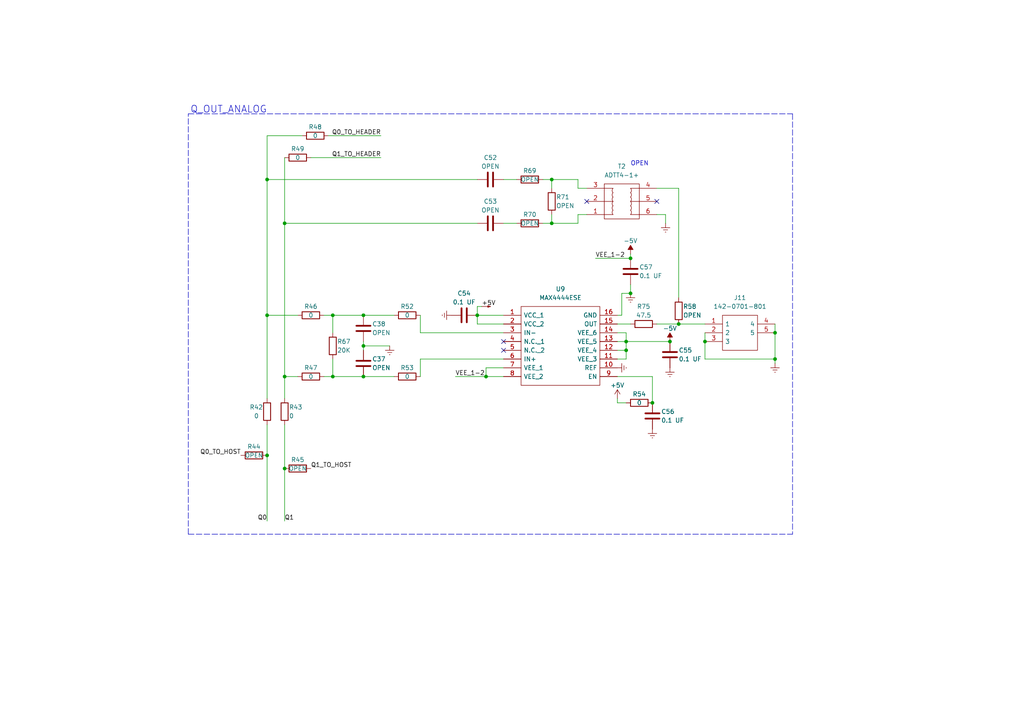
<source format=kicad_sch>
(kicad_sch (version 20211123) (generator eeschema)

  (uuid 39a0bf7a-6711-4f90-9c3c-4c2ff98ce084)

  (paper "A4")

  (title_block
    (company "Tim McEvoy/Virginia Tech")
  )

  (lib_symbols
    (symbol "142-0701-201:142-0701-201" (pin_names (offset 0.762)) (in_bom yes) (on_board yes)
      (property "Reference" "J" (id 0) (at 16.51 7.62 0)
        (effects (font (size 1.27 1.27)) (justify left))
      )
      (property "Value" "142-0701-201" (id 1) (at 16.51 5.08 0)
        (effects (font (size 1.27 1.27)) (justify left))
      )
      (property "Footprint" "1420701201" (id 2) (at 16.51 2.54 0)
        (effects (font (size 1.27 1.27)) (justify left) hide)
      )
      (property "Datasheet" "https://datasheet.datasheetarchive.com/originals/distributors/Datasheets_SAMA/f0edfbb4fd3b9d8af3607c026aa358ce.pdf" (id 3) (at 16.51 0 0)
        (effects (font (size 1.27 1.27)) (justify left) hide)
      )
      (property "Description" "JOHNSON - CINCH CONNECTIVITY - 142-0701-201 - RF COAXIAL, SMA, STRAIGHT JACK, 50OHM" (id 4) (at 16.51 -2.54 0)
        (effects (font (size 1.27 1.27)) (justify left) hide)
      )
      (property "Height" "9.52" (id 5) (at 16.51 -5.08 0)
        (effects (font (size 1.27 1.27)) (justify left) hide)
      )
      (property "Manufacturer_Name" "Cinch Connectivity Solutions" (id 6) (at 16.51 -7.62 0)
        (effects (font (size 1.27 1.27)) (justify left) hide)
      )
      (property "Manufacturer_Part_Number" "142-0701-201" (id 7) (at 16.51 -10.16 0)
        (effects (font (size 1.27 1.27)) (justify left) hide)
      )
      (property "Mouser Part Number" "530-142-0701-201" (id 8) (at 16.51 -12.7 0)
        (effects (font (size 1.27 1.27)) (justify left) hide)
      )
      (property "Mouser Price/Stock" "https://www.mouser.co.uk/ProductDetail/Johnson-Cinch-Connectivity-Solutions/142-0701-201?qs=sh18mOF39qY1deZe7h2WsQ%3D%3D" (id 9) (at 16.51 -15.24 0)
        (effects (font (size 1.27 1.27)) (justify left) hide)
      )
      (property "Arrow Part Number" "142-0701-201" (id 10) (at 16.51 -17.78 0)
        (effects (font (size 1.27 1.27)) (justify left) hide)
      )
      (property "Arrow Price/Stock" "https://www.arrow.com/en/products/142-0701-201/cinch-connectivity-solutions?region=nac" (id 11) (at 16.51 -20.32 0)
        (effects (font (size 1.27 1.27)) (justify left) hide)
      )
      (property "Mouser Testing Part Number" "" (id 12) (at 16.51 -22.86 0)
        (effects (font (size 1.27 1.27)) (justify left) hide)
      )
      (property "Mouser Testing Price/Stock" "" (id 13) (at 16.51 -25.4 0)
        (effects (font (size 1.27 1.27)) (justify left) hide)
      )
      (property "ki_description" "JOHNSON - CINCH CONNECTIVITY - 142-0701-201 - RF COAXIAL, SMA, STRAIGHT JACK, 50OHM" (id 14) (at 0 0 0)
        (effects (font (size 1.27 1.27)) hide)
      )
      (symbol "142-0701-201_0_0"
        (pin passive line (at 0 0 0) (length 5.08)
          (name "1" (effects (font (size 1.27 1.27))))
          (number "1" (effects (font (size 1.27 1.27))))
        )
        (pin passive line (at 0 -2.54 0) (length 5.08)
          (name "2" (effects (font (size 1.27 1.27))))
          (number "2" (effects (font (size 1.27 1.27))))
        )
        (pin passive line (at 0 -5.08 0) (length 5.08)
          (name "3" (effects (font (size 1.27 1.27))))
          (number "3" (effects (font (size 1.27 1.27))))
        )
        (pin passive line (at 20.32 0 180) (length 5.08)
          (name "4" (effects (font (size 1.27 1.27))))
          (number "4" (effects (font (size 1.27 1.27))))
        )
        (pin passive line (at 20.32 -2.54 180) (length 5.08)
          (name "5" (effects (font (size 1.27 1.27))))
          (number "5" (effects (font (size 1.27 1.27))))
        )
      )
      (symbol "142-0701-201_0_1"
        (polyline
          (pts
            (xy 5.08 2.54)
            (xy 15.24 2.54)
            (xy 15.24 -7.62)
            (xy 5.08 -7.62)
            (xy 5.08 2.54)
          )
          (stroke (width 0.1524) (type default) (color 0 0 0 0))
          (fill (type none))
        )
      )
    )
    (symbol "142-0701-201_1" (pin_names (offset 0.762)) (in_bom yes) (on_board yes)
      (property "Reference" "T?" (id 0) (at 10.16 7.62 0)
        (effects (font (size 1.27 1.27)))
      )
      (property "Value" "142-0701-201_1" (id 1) (at 10.16 5.08 0)
        (effects (font (size 1.27 1.27)))
      )
      (property "Footprint" "" (id 2) (at 16.51 2.54 0)
        (effects (font (size 1.27 1.27)) (justify left) hide)
      )
      (property "Datasheet" "" (id 3) (at 16.51 0 0)
        (effects (font (size 1.27 1.27)) (justify left) hide)
      )
      (property "Description" "" (id 4) (at 16.51 -2.54 0)
        (effects (font (size 1.27 1.27)) (justify left) hide)
      )
      (property "Height" "" (id 5) (at 16.51 -5.08 0)
        (effects (font (size 1.27 1.27)) (justify left) hide)
      )
      (property "Manufacturer_Name" "" (id 6) (at 16.51 -7.62 0)
        (effects (font (size 1.27 1.27)) (justify left) hide)
      )
      (property "Manufacturer_Part_Number" "" (id 7) (at 16.51 -10.16 0)
        (effects (font (size 1.27 1.27)) (justify left) hide)
      )
      (property "Mouser Part Number" "" (id 8) (at 16.51 -12.7 0)
        (effects (font (size 1.27 1.27)) (justify left) hide)
      )
      (property "Mouser Price/Stock" "" (id 9) (at 16.51 -15.24 0)
        (effects (font (size 1.27 1.27)) (justify left) hide)
      )
      (property "Arrow Part Number" "" (id 10) (at 16.51 -17.78 0)
        (effects (font (size 1.27 1.27)) (justify left) hide)
      )
      (property "Arrow Price/Stock" "" (id 11) (at 16.51 -20.32 0)
        (effects (font (size 1.27 1.27)) (justify left) hide)
      )
      (property "Mouser Testing Part Number" "" (id 12) (at 16.51 -22.86 0)
        (effects (font (size 1.27 1.27)) (justify left) hide)
      )
      (property "Mouser Testing Price/Stock" "" (id 13) (at 16.51 -25.4 0)
        (effects (font (size 1.27 1.27)) (justify left) hide)
      )
      (property "ki_description" "JOHNSON - CINCH CONNECTIVITY - 142-0701-201 - RF COAXIAL, SMA, STRAIGHT JACK, 50OHM" (id 14) (at 0 0 0)
        (effects (font (size 1.27 1.27)) hide)
      )
      (symbol "142-0701-201_1_0_0"
        (pin passive line (at 0 -6.35 0) (length 5.08)
          (name "" (effects (font (size 1.27 1.27))))
          (number "1" (effects (font (size 1.27 1.27))))
        )
        (pin passive line (at 0 -2.54 0) (length 5.08)
          (name "" (effects (font (size 1.27 1.27))))
          (number "2" (effects (font (size 1.27 1.27))))
        )
        (pin passive line (at 0 1.27 0) (length 5.08)
          (name "" (effects (font (size 1.27 1.27))))
          (number "3" (effects (font (size 1.27 1.27))))
        )
        (pin passive line (at 20.32 1.27 180) (length 5.08)
          (name "" (effects (font (size 1.27 1.27))))
          (number "4" (effects (font (size 1.27 1.27))))
        )
        (pin passive line (at 20.32 -2.54 180) (length 5.08)
          (name "" (effects (font (size 1.27 1.27))))
          (number "5" (effects (font (size 1.27 1.27))))
        )
        (pin passive line (at 20.32 -6.35 180) (length 5.08)
          (name "" (effects (font (size 1.27 1.27))))
          (number "6" (effects (font (size 1.27 1.27))))
        )
      )
      (symbol "142-0701-201_1_0_1"
        (polyline
          (pts
            (xy 5.08 -2.54)
            (xy 7.62 -2.54)
          )
          (stroke (width 0) (type default) (color 0 0 0 0))
          (fill (type none))
        )
        (polyline
          (pts
            (xy 5.08 1.27)
            (xy 7.62 1.27)
          )
          (stroke (width 0) (type default) (color 0 0 0 0))
          (fill (type none))
        )
        (polyline
          (pts
            (xy 7.62 -6.35)
            (xy 5.08 -6.35)
          )
          (stroke (width 0) (type default) (color 0 0 0 0))
          (fill (type none))
        )
        (polyline
          (pts
            (xy 12.7 -6.35)
            (xy 15.24 -6.35)
          )
          (stroke (width 0) (type default) (color 0 0 0 0))
          (fill (type none))
        )
        (polyline
          (pts
            (xy 15.24 -2.54)
            (xy 12.7 -2.54)
          )
          (stroke (width 0) (type default) (color 0 0 0 0))
          (fill (type none))
        )
        (polyline
          (pts
            (xy 15.24 1.27)
            (xy 12.7 1.27)
          )
          (stroke (width 0) (type default) (color 0 0 0 0))
          (fill (type none))
        )
        (polyline
          (pts
            (xy 5.08 2.54)
            (xy 15.24 2.54)
            (xy 15.24 -7.62)
            (xy 5.08 -7.62)
            (xy 5.08 2.54)
          )
          (stroke (width 0.1524) (type default) (color 0 0 0 0))
          (fill (type none))
        )
        (arc (start 7.62 -5.08) (mid 6.087 -5.715) (end 7.62 -6.35)
          (stroke (width 0) (type default) (color 0 0 0 0))
          (fill (type none))
        )
        (arc (start 7.62 -3.81) (mid 6.087 -4.445) (end 7.62 -5.08)
          (stroke (width 0) (type default) (color 0 0 0 0))
          (fill (type none))
        )
        (arc (start 7.62 -2.54) (mid 6.087 -3.175) (end 7.62 -3.81)
          (stroke (width 0) (type default) (color 0 0 0 0))
          (fill (type none))
        )
        (arc (start 7.62 -1.27) (mid 6.087 -1.905) (end 7.62 -2.54)
          (stroke (width 0) (type default) (color 0 0 0 0))
          (fill (type none))
        )
        (arc (start 7.62 0) (mid 6.087 -0.635) (end 7.62 -1.27)
          (stroke (width 0) (type default) (color 0 0 0 0))
          (fill (type none))
        )
        (arc (start 7.62 1.27) (mid 6.087 0.635) (end 7.62 0)
          (stroke (width 0) (type default) (color 0 0 0 0))
          (fill (type none))
        )
        (arc (start 12.7 -6.35) (mid 14.233 -5.715) (end 12.7 -5.08)
          (stroke (width 0) (type default) (color 0 0 0 0))
          (fill (type none))
        )
        (arc (start 12.7 -5.08) (mid 14.233 -4.445) (end 12.7 -3.81)
          (stroke (width 0) (type default) (color 0 0 0 0))
          (fill (type none))
        )
        (arc (start 12.7 -3.81) (mid 14.233 -3.175) (end 12.7 -2.54)
          (stroke (width 0) (type default) (color 0 0 0 0))
          (fill (type none))
        )
        (arc (start 12.7 -2.54) (mid 14.233 -1.905) (end 12.7 -1.27)
          (stroke (width 0) (type default) (color 0 0 0 0))
          (fill (type none))
        )
        (arc (start 12.7 -1.27) (mid 14.233 -0.635) (end 12.7 0)
          (stroke (width 0) (type default) (color 0 0 0 0))
          (fill (type none))
        )
        (arc (start 12.7 0) (mid 14.233 0.635) (end 12.7 1.27)
          (stroke (width 0) (type default) (color 0 0 0 0))
          (fill (type none))
        )
      )
    )
    (symbol "Device:C" (pin_numbers hide) (pin_names (offset 0.254)) (in_bom yes) (on_board yes)
      (property "Reference" "C" (id 0) (at 0.635 2.54 0)
        (effects (font (size 1.27 1.27)) (justify left))
      )
      (property "Value" "C" (id 1) (at 0.635 -2.54 0)
        (effects (font (size 1.27 1.27)) (justify left))
      )
      (property "Footprint" "" (id 2) (at 0.9652 -3.81 0)
        (effects (font (size 1.27 1.27)) hide)
      )
      (property "Datasheet" "~" (id 3) (at 0 0 0)
        (effects (font (size 1.27 1.27)) hide)
      )
      (property "ki_keywords" "cap capacitor" (id 4) (at 0 0 0)
        (effects (font (size 1.27 1.27)) hide)
      )
      (property "ki_description" "Unpolarized capacitor" (id 5) (at 0 0 0)
        (effects (font (size 1.27 1.27)) hide)
      )
      (property "ki_fp_filters" "C_*" (id 6) (at 0 0 0)
        (effects (font (size 1.27 1.27)) hide)
      )
      (symbol "C_0_1"
        (polyline
          (pts
            (xy -2.032 -0.762)
            (xy 2.032 -0.762)
          )
          (stroke (width 0.508) (type default) (color 0 0 0 0))
          (fill (type none))
        )
        (polyline
          (pts
            (xy -2.032 0.762)
            (xy 2.032 0.762)
          )
          (stroke (width 0.508) (type default) (color 0 0 0 0))
          (fill (type none))
        )
      )
      (symbol "C_1_1"
        (pin passive line (at 0 3.81 270) (length 2.794)
          (name "~" (effects (font (size 1.27 1.27))))
          (number "1" (effects (font (size 1.27 1.27))))
        )
        (pin passive line (at 0 -3.81 90) (length 2.794)
          (name "~" (effects (font (size 1.27 1.27))))
          (number "2" (effects (font (size 1.27 1.27))))
        )
      )
    )
    (symbol "Device:R" (pin_numbers hide) (pin_names (offset 0)) (in_bom yes) (on_board yes)
      (property "Reference" "R" (id 0) (at 2.032 0 90)
        (effects (font (size 1.27 1.27)))
      )
      (property "Value" "R" (id 1) (at 0 0 90)
        (effects (font (size 1.27 1.27)))
      )
      (property "Footprint" "" (id 2) (at -1.778 0 90)
        (effects (font (size 1.27 1.27)) hide)
      )
      (property "Datasheet" "~" (id 3) (at 0 0 0)
        (effects (font (size 1.27 1.27)) hide)
      )
      (property "ki_keywords" "R res resistor" (id 4) (at 0 0 0)
        (effects (font (size 1.27 1.27)) hide)
      )
      (property "ki_description" "Resistor" (id 5) (at 0 0 0)
        (effects (font (size 1.27 1.27)) hide)
      )
      (property "ki_fp_filters" "R_*" (id 6) (at 0 0 0)
        (effects (font (size 1.27 1.27)) hide)
      )
      (symbol "R_0_1"
        (rectangle (start -1.016 -2.54) (end 1.016 2.54)
          (stroke (width 0.254) (type default) (color 0 0 0 0))
          (fill (type none))
        )
      )
      (symbol "R_1_1"
        (pin passive line (at 0 3.81 270) (length 1.27)
          (name "~" (effects (font (size 1.27 1.27))))
          (number "1" (effects (font (size 1.27 1.27))))
        )
        (pin passive line (at 0 -3.81 90) (length 1.27)
          (name "~" (effects (font (size 1.27 1.27))))
          (number "2" (effects (font (size 1.27 1.27))))
        )
      )
    )
    (symbol "Graphic:SYM_Arrow_Tiny" (pin_names (offset 1.016)) (in_bom yes) (on_board yes)
      (property "Reference" "#SYM" (id 0) (at 0 1.524 0)
        (effects (font (size 1.27 1.27)) hide)
      )
      (property "Value" "SYM_Arrow_Tiny" (id 1) (at 0.254 -1.27 0)
        (effects (font (size 1.27 1.27)) hide)
      )
      (property "Footprint" "" (id 2) (at 0 0 0)
        (effects (font (size 1.27 1.27)) hide)
      )
      (property "Datasheet" "~" (id 3) (at 0 0 0)
        (effects (font (size 1.27 1.27)) hide)
      )
      (property "ki_keywords" "symbol arrow" (id 4) (at 0 0 0)
        (effects (font (size 1.27 1.27)) hide)
      )
      (property "ki_description" "Filled arrow, 100mil" (id 5) (at 0 0 0)
        (effects (font (size 1.27 1.27)) hide)
      )
      (symbol "SYM_Arrow_Tiny_0_1"
        (polyline
          (pts
            (xy 1.27 0)
            (xy -1.27 0)
          )
          (stroke (width 0) (type default) (color 0 0 0 0))
          (fill (type none))
        )
        (polyline
          (pts
            (xy 1.27 0)
            (xy 0.508 -0.254)
            (xy 0.508 0.254)
            (xy 1.27 0)
          )
          (stroke (width 0) (type default) (color 0 0 0 0))
          (fill (type outline))
        )
      )
    )
    (symbol "MAX4444ESE+:MAX4444ESE+" (pin_names (offset 0.762)) (in_bom yes) (on_board yes)
      (property "Reference" "IC" (id 0) (at 29.21 7.62 0)
        (effects (font (size 1.27 1.27)) (justify left))
      )
      (property "Value" "MAX4444ESE+" (id 1) (at 29.21 5.08 0)
        (effects (font (size 1.27 1.27)) (justify left))
      )
      (property "Footprint" "SOIC127P600X175-16N" (id 2) (at 29.21 2.54 0)
        (effects (font (size 1.27 1.27)) (justify left) hide)
      )
      (property "Datasheet" "https://datasheet.datasheetarchive.com/originals/distributors/Datasheets-18/DSA-341081.pdf" (id 3) (at 29.21 0 0)
        (effects (font (size 1.27 1.27)) (justify left) hide)
      )
      (property "Description" "Differential-to-Single Receiver SOIC16" (id 4) (at 29.21 -2.54 0)
        (effects (font (size 1.27 1.27)) (justify left) hide)
      )
      (property "Height" "1.75" (id 5) (at 29.21 -5.08 0)
        (effects (font (size 1.27 1.27)) (justify left) hide)
      )
      (property "Manufacturer_Name" "Analog Devices" (id 6) (at 29.21 -7.62 0)
        (effects (font (size 1.27 1.27)) (justify left) hide)
      )
      (property "Manufacturer_Part_Number" "MAX4444ESE+" (id 7) (at 29.21 -10.16 0)
        (effects (font (size 1.27 1.27)) (justify left) hide)
      )
      (property "Mouser Part Number" "700-MAX4444ESE" (id 8) (at 29.21 -12.7 0)
        (effects (font (size 1.27 1.27)) (justify left) hide)
      )
      (property "Mouser Price/Stock" "https://www.mouser.co.uk/ProductDetail/Maxim-Integrated/MAX4444ESE%2b?qs=LHmEVA8xxfawvSRfDBn%2F9g%3D%3D" (id 9) (at 29.21 -15.24 0)
        (effects (font (size 1.27 1.27)) (justify left) hide)
      )
      (property "Arrow Part Number" "MAX4444ESE+" (id 10) (at 29.21 -17.78 0)
        (effects (font (size 1.27 1.27)) (justify left) hide)
      )
      (property "Arrow Price/Stock" "https://www.arrow.com/en/products/max4444ese/maxim-integrated?region=nac" (id 11) (at 29.21 -20.32 0)
        (effects (font (size 1.27 1.27)) (justify left) hide)
      )
      (property "Mouser Testing Part Number" "" (id 12) (at 29.21 -22.86 0)
        (effects (font (size 1.27 1.27)) (justify left) hide)
      )
      (property "Mouser Testing Price/Stock" "" (id 13) (at 29.21 -25.4 0)
        (effects (font (size 1.27 1.27)) (justify left) hide)
      )
      (property "ki_description" "Differential-to-Single Receiver SOIC16" (id 14) (at 0 0 0)
        (effects (font (size 1.27 1.27)) hide)
      )
      (symbol "MAX4444ESE+_0_0"
        (pin passive line (at 0 0 0) (length 5.08)
          (name "VCC_1" (effects (font (size 1.27 1.27))))
          (number "1" (effects (font (size 1.27 1.27))))
        )
        (pin passive line (at 33.02 -15.24 180) (length 5.08)
          (name "REF" (effects (font (size 1.27 1.27))))
          (number "10" (effects (font (size 1.27 1.27))))
        )
        (pin passive line (at 33.02 -12.7 180) (length 5.08)
          (name "VEE_3" (effects (font (size 1.27 1.27))))
          (number "11" (effects (font (size 1.27 1.27))))
        )
        (pin passive line (at 33.02 -10.16 180) (length 5.08)
          (name "VEE_4" (effects (font (size 1.27 1.27))))
          (number "12" (effects (font (size 1.27 1.27))))
        )
        (pin passive line (at 33.02 -7.62 180) (length 5.08)
          (name "VEE_5" (effects (font (size 1.27 1.27))))
          (number "13" (effects (font (size 1.27 1.27))))
        )
        (pin passive line (at 33.02 -5.08 180) (length 5.08)
          (name "VEE_6" (effects (font (size 1.27 1.27))))
          (number "14" (effects (font (size 1.27 1.27))))
        )
        (pin passive line (at 33.02 -2.54 180) (length 5.08)
          (name "OUT" (effects (font (size 1.27 1.27))))
          (number "15" (effects (font (size 1.27 1.27))))
        )
        (pin passive line (at 33.02 0 180) (length 5.08)
          (name "GND" (effects (font (size 1.27 1.27))))
          (number "16" (effects (font (size 1.27 1.27))))
        )
        (pin passive line (at 0 -2.54 0) (length 5.08)
          (name "VCC_2" (effects (font (size 1.27 1.27))))
          (number "2" (effects (font (size 1.27 1.27))))
        )
        (pin passive line (at 0 -5.08 0) (length 5.08)
          (name "IN-" (effects (font (size 1.27 1.27))))
          (number "3" (effects (font (size 1.27 1.27))))
        )
        (pin passive line (at 0 -7.62 0) (length 5.08)
          (name "N.C._1" (effects (font (size 1.27 1.27))))
          (number "4" (effects (font (size 1.27 1.27))))
        )
        (pin passive line (at 0 -10.16 0) (length 5.08)
          (name "N.C._2" (effects (font (size 1.27 1.27))))
          (number "5" (effects (font (size 1.27 1.27))))
        )
        (pin passive line (at 0 -12.7 0) (length 5.08)
          (name "IN+" (effects (font (size 1.27 1.27))))
          (number "6" (effects (font (size 1.27 1.27))))
        )
        (pin passive line (at 0 -15.24 0) (length 5.08)
          (name "VEE_1" (effects (font (size 1.27 1.27))))
          (number "7" (effects (font (size 1.27 1.27))))
        )
        (pin passive line (at 0 -17.78 0) (length 5.08)
          (name "VEE_2" (effects (font (size 1.27 1.27))))
          (number "8" (effects (font (size 1.27 1.27))))
        )
        (pin passive line (at 33.02 -17.78 180) (length 5.08)
          (name "EN" (effects (font (size 1.27 1.27))))
          (number "9" (effects (font (size 1.27 1.27))))
        )
      )
      (symbol "MAX4444ESE+_0_1"
        (polyline
          (pts
            (xy 5.08 2.54)
            (xy 27.94 2.54)
            (xy 27.94 -20.32)
            (xy 5.08 -20.32)
            (xy 5.08 2.54)
          )
          (stroke (width 0.1524) (type default) (color 0 0 0 0))
          (fill (type none))
        )
      )
    )
    (symbol "power:+5V" (power) (pin_names (offset 0)) (in_bom yes) (on_board yes)
      (property "Reference" "#PWR" (id 0) (at 0 -3.81 0)
        (effects (font (size 1.27 1.27)) hide)
      )
      (property "Value" "+5V" (id 1) (at 0 3.556 0)
        (effects (font (size 1.27 1.27)))
      )
      (property "Footprint" "" (id 2) (at 0 0 0)
        (effects (font (size 1.27 1.27)) hide)
      )
      (property "Datasheet" "" (id 3) (at 0 0 0)
        (effects (font (size 1.27 1.27)) hide)
      )
      (property "ki_keywords" "power-flag" (id 4) (at 0 0 0)
        (effects (font (size 1.27 1.27)) hide)
      )
      (property "ki_description" "Power symbol creates a global label with name \"+5V\"" (id 5) (at 0 0 0)
        (effects (font (size 1.27 1.27)) hide)
      )
      (symbol "+5V_0_1"
        (polyline
          (pts
            (xy -0.762 1.27)
            (xy 0 2.54)
          )
          (stroke (width 0) (type default) (color 0 0 0 0))
          (fill (type none))
        )
        (polyline
          (pts
            (xy 0 0)
            (xy 0 2.54)
          )
          (stroke (width 0) (type default) (color 0 0 0 0))
          (fill (type none))
        )
        (polyline
          (pts
            (xy 0 2.54)
            (xy 0.762 1.27)
          )
          (stroke (width 0) (type default) (color 0 0 0 0))
          (fill (type none))
        )
      )
      (symbol "+5V_1_1"
        (pin power_in line (at 0 0 90) (length 0) hide
          (name "+5V" (effects (font (size 1.27 1.27))))
          (number "1" (effects (font (size 1.27 1.27))))
        )
      )
    )
    (symbol "power:-5V" (power) (pin_names (offset 0)) (in_bom yes) (on_board yes)
      (property "Reference" "#PWR" (id 0) (at 0 2.54 0)
        (effects (font (size 1.27 1.27)) hide)
      )
      (property "Value" "-5V" (id 1) (at 0 3.81 0)
        (effects (font (size 1.27 1.27)))
      )
      (property "Footprint" "" (id 2) (at 0 0 0)
        (effects (font (size 1.27 1.27)) hide)
      )
      (property "Datasheet" "" (id 3) (at 0 0 0)
        (effects (font (size 1.27 1.27)) hide)
      )
      (property "ki_keywords" "power-flag" (id 4) (at 0 0 0)
        (effects (font (size 1.27 1.27)) hide)
      )
      (property "ki_description" "Power symbol creates a global label with name \"-5V\"" (id 5) (at 0 0 0)
        (effects (font (size 1.27 1.27)) hide)
      )
      (symbol "-5V_0_0"
        (pin power_in line (at 0 0 90) (length 0) hide
          (name "-5V" (effects (font (size 1.27 1.27))))
          (number "1" (effects (font (size 1.27 1.27))))
        )
      )
      (symbol "-5V_0_1"
        (polyline
          (pts
            (xy 0 0)
            (xy 0 1.27)
            (xy 0.762 1.27)
            (xy 0 2.54)
            (xy -0.762 1.27)
            (xy 0 1.27)
          )
          (stroke (width 0) (type default) (color 0 0 0 0))
          (fill (type outline))
        )
      )
    )
    (symbol "power:Earth" (power) (pin_names (offset 0)) (in_bom yes) (on_board yes)
      (property "Reference" "#PWR" (id 0) (at 0 -6.35 0)
        (effects (font (size 1.27 1.27)) hide)
      )
      (property "Value" "Earth" (id 1) (at 0 -3.81 0)
        (effects (font (size 1.27 1.27)) hide)
      )
      (property "Footprint" "" (id 2) (at 0 0 0)
        (effects (font (size 1.27 1.27)) hide)
      )
      (property "Datasheet" "~" (id 3) (at 0 0 0)
        (effects (font (size 1.27 1.27)) hide)
      )
      (property "ki_keywords" "power-flag ground gnd" (id 4) (at 0 0 0)
        (effects (font (size 1.27 1.27)) hide)
      )
      (property "ki_description" "Power symbol creates a global label with name \"Earth\"" (id 5) (at 0 0 0)
        (effects (font (size 1.27 1.27)) hide)
      )
      (symbol "Earth_0_1"
        (polyline
          (pts
            (xy -0.635 -1.905)
            (xy 0.635 -1.905)
          )
          (stroke (width 0) (type default) (color 0 0 0 0))
          (fill (type none))
        )
        (polyline
          (pts
            (xy -0.127 -2.54)
            (xy 0.127 -2.54)
          )
          (stroke (width 0) (type default) (color 0 0 0 0))
          (fill (type none))
        )
        (polyline
          (pts
            (xy 0 -1.27)
            (xy 0 0)
          )
          (stroke (width 0) (type default) (color 0 0 0 0))
          (fill (type none))
        )
        (polyline
          (pts
            (xy 1.27 -1.27)
            (xy -1.27 -1.27)
          )
          (stroke (width 0) (type default) (color 0 0 0 0))
          (fill (type none))
        )
      )
      (symbol "Earth_1_1"
        (pin power_in line (at 0 0 270) (length 0) hide
          (name "Earth" (effects (font (size 1.27 1.27))))
          (number "1" (effects (font (size 1.27 1.27))))
        )
      )
    )
  )

  (junction (at 196.85 93.98) (diameter 0) (color 0 0 0 0)
    (uuid 067caf41-22a5-4c08-bacb-31261fde3d81)
  )
  (junction (at 77.47 91.44) (diameter 0) (color 0 0 0 0)
    (uuid 0af30a49-96e0-4f56-a313-08151cb0cbcb)
  )
  (junction (at 181.61 99.06) (diameter 0) (color 0 0 0 0)
    (uuid 1228d77a-5c06-42b2-8966-e372ac49fdb7)
  )
  (junction (at 82.55 64.77) (diameter 0) (color 0 0 0 0)
    (uuid 186f0956-d607-4cfa-afbe-483b3441830f)
  )
  (junction (at 105.41 91.44) (diameter 0) (color 0 0 0 0)
    (uuid 24d3a8f0-dcf2-4644-a4f1-8dcc495aa692)
  )
  (junction (at 96.52 109.22) (diameter 0) (color 0 0 0 0)
    (uuid 28cc35cf-bb64-47f0-8af8-918b244cc14b)
  )
  (junction (at 189.23 116.84) (diameter 0) (color 0 0 0 0)
    (uuid 37a81320-cfd9-4b92-921b-7e5ebac097b3)
  )
  (junction (at 105.41 100.33) (diameter 0) (color 0 0 0 0)
    (uuid 3aaec5c2-6112-445c-9d2f-6d0d82fe3e02)
  )
  (junction (at 224.79 104.14) (diameter 0) (color 0 0 0 0)
    (uuid 412b302e-d1f2-4f00-9bb5-5b28858ad690)
  )
  (junction (at 160.02 52.07) (diameter 0) (color 0 0 0 0)
    (uuid 44b9fff8-7311-45c7-b09e-e765cb00a9b2)
  )
  (junction (at 194.31 99.06) (diameter 0) (color 0 0 0 0)
    (uuid 71c45493-37c2-46ab-9fd1-286780da58d5)
  )
  (junction (at 204.47 99.06) (diameter 0) (color 0 0 0 0)
    (uuid 7542c7b4-4a09-4b84-85b5-341a50f073e2)
  )
  (junction (at 140.97 109.22) (diameter 0) (color 0 0 0 0)
    (uuid 836bffe6-112a-4c42-8102-f34aea92b650)
  )
  (junction (at 182.88 85.09) (diameter 0) (color 0 0 0 0)
    (uuid 88e8c602-2af2-47bb-9cf0-b8cd8d9269e3)
  )
  (junction (at 96.52 91.44) (diameter 0) (color 0 0 0 0)
    (uuid 8ab618d4-0264-4f41-a899-642eb7fa2660)
  )
  (junction (at 181.61 101.6) (diameter 0) (color 0 0 0 0)
    (uuid 8f192663-f62f-4a76-9540-2d809b892bfa)
  )
  (junction (at 82.55 135.89) (diameter 0) (color 0 0 0 0)
    (uuid 995a8e44-8d6f-4d05-b412-7d8b09551315)
  )
  (junction (at 224.79 96.52) (diameter 0) (color 0 0 0 0)
    (uuid 9b8993a6-d4f9-4c7a-aae1-a8734f6d480c)
  )
  (junction (at 82.55 109.22) (diameter 0) (color 0 0 0 0)
    (uuid a65ba46a-542f-4c24-8984-8fee3e883b72)
  )
  (junction (at 105.41 109.22) (diameter 0) (color 0 0 0 0)
    (uuid c16e2861-0c5e-4bba-8ecb-84aa2ce3987b)
  )
  (junction (at 182.88 74.93) (diameter 0) (color 0 0 0 0)
    (uuid cf6df0bf-a3d1-41fb-9d95-b15c1870105b)
  )
  (junction (at 138.43 91.44) (diameter 0) (color 0 0 0 0)
    (uuid d2e9abcf-892c-4c14-aae3-9423b642871a)
  )
  (junction (at 160.02 64.77) (diameter 0) (color 0 0 0 0)
    (uuid d6cf655f-f85e-45c4-80ce-6a4dba4141df)
  )
  (junction (at 77.47 132.08) (diameter 0) (color 0 0 0 0)
    (uuid ea27dc37-e978-44cc-a4f2-e50f3a6852cf)
  )
  (junction (at 77.47 52.07) (diameter 0) (color 0 0 0 0)
    (uuid edf18dd5-713e-424d-974d-0dbd7ea88fb8)
  )

  (no_connect (at 146.05 99.06) (uuid ba4cf0b4-0caf-4682-9b4e-4d3839899287))
  (no_connect (at 190.5 58.42) (uuid d295e0b9-6c07-4681-bb85-d7378d9fef16))
  (no_connect (at 170.18 58.42) (uuid d32ef7ae-bfed-4256-ae5d-1102bab24b79))
  (no_connect (at 146.05 101.6) (uuid f0d0bafc-a862-47c0-b3e8-80bddecd9a2e))

  (wire (pts (xy 146.05 96.52) (xy 121.92 96.52))
    (stroke (width 0) (type default) (color 0 0 0 0))
    (uuid 01b17ad3-52d4-4e36-9441-1e690c31de10)
  )
  (wire (pts (xy 96.52 91.44) (xy 105.41 91.44))
    (stroke (width 0) (type default) (color 0 0 0 0))
    (uuid 08da6362-ff84-4ffe-80d3-7d1c823c9a0a)
  )
  (wire (pts (xy 196.85 93.98) (xy 204.47 93.98))
    (stroke (width 0) (type default) (color 0 0 0 0))
    (uuid 0929ec02-efd3-4012-8765-f41cd024d7ab)
  )
  (wire (pts (xy 167.64 62.23) (xy 167.64 64.77))
    (stroke (width 0) (type default) (color 0 0 0 0))
    (uuid 0b03860d-d7bd-47d7-a9d5-8f5f4a682a94)
  )
  (wire (pts (xy 170.18 54.61) (xy 167.64 54.61))
    (stroke (width 0) (type default) (color 0 0 0 0))
    (uuid 0fb0d5b7-cfce-4352-8300-d6f7dd67f591)
  )
  (wire (pts (xy 146.05 104.14) (xy 121.92 104.14))
    (stroke (width 0) (type default) (color 0 0 0 0))
    (uuid 10801d7c-1e0c-4042-aea5-1a0bc1572969)
  )
  (wire (pts (xy 179.07 99.06) (xy 181.61 99.06))
    (stroke (width 0) (type default) (color 0 0 0 0))
    (uuid 1403f72c-2919-4832-a54b-4479fa6abc98)
  )
  (wire (pts (xy 77.47 52.07) (xy 138.43 52.07))
    (stroke (width 0) (type default) (color 0 0 0 0))
    (uuid 17f241d4-86a3-4b66-bac5-01cf6c2fe978)
  )
  (wire (pts (xy 82.55 135.89) (xy 82.55 151.13))
    (stroke (width 0) (type default) (color 0 0 0 0))
    (uuid 19a0a613-54d1-4b2e-81c3-a71298cbbf9c)
  )
  (wire (pts (xy 77.47 132.08) (xy 77.47 151.13))
    (stroke (width 0) (type default) (color 0 0 0 0))
    (uuid 1ef56a9f-e190-41a2-a499-9fc1b5e471ce)
  )
  (wire (pts (xy 146.05 93.98) (xy 138.43 93.98))
    (stroke (width 0) (type default) (color 0 0 0 0))
    (uuid 21b25380-9094-40cb-89b5-0b0960fc0df5)
  )
  (wire (pts (xy 160.02 62.23) (xy 160.02 64.77))
    (stroke (width 0) (type default) (color 0 0 0 0))
    (uuid 22be2668-5e9b-4925-8511-5c630d018cd3)
  )
  (wire (pts (xy 77.47 123.19) (xy 77.47 132.08))
    (stroke (width 0) (type default) (color 0 0 0 0))
    (uuid 25dbe7c4-de9b-4254-8ff5-2b11f0eae3e7)
  )
  (wire (pts (xy 179.07 93.98) (xy 182.88 93.98))
    (stroke (width 0) (type default) (color 0 0 0 0))
    (uuid 28f73ec9-8845-47ad-be0c-03d469308053)
  )
  (wire (pts (xy 90.17 45.72) (xy 110.49 45.72))
    (stroke (width 0) (type default) (color 0 0 0 0))
    (uuid 2943617c-682d-445b-8776-9317751ecf5e)
  )
  (wire (pts (xy 160.02 52.07) (xy 167.64 52.07))
    (stroke (width 0) (type default) (color 0 0 0 0))
    (uuid 2b5bac5b-43d7-4a1c-81b9-1de4ba3e8123)
  )
  (wire (pts (xy 157.48 64.77) (xy 160.02 64.77))
    (stroke (width 0) (type default) (color 0 0 0 0))
    (uuid 2ccb9b0e-25a4-4eec-90fb-ce664c4d5747)
  )
  (wire (pts (xy 182.88 73.66) (xy 182.88 74.93))
    (stroke (width 0) (type default) (color 0 0 0 0))
    (uuid 301f1191-dcc3-48a6-bd01-a351092f2b8c)
  )
  (wire (pts (xy 95.25 39.37) (xy 110.49 39.37))
    (stroke (width 0) (type default) (color 0 0 0 0))
    (uuid 35e574e8-8d1f-4c0d-a737-6d2e7a55a293)
  )
  (wire (pts (xy 140.97 106.68) (xy 146.05 106.68))
    (stroke (width 0) (type default) (color 0 0 0 0))
    (uuid 369a9e68-4e75-4d41-891b-5c0cc345e614)
  )
  (wire (pts (xy 180.34 91.44) (xy 180.34 85.09))
    (stroke (width 0) (type default) (color 0 0 0 0))
    (uuid 377a6b6b-c0de-46b3-95b3-161cffbce9e9)
  )
  (polyline (pts (xy 54.61 154.94) (xy 229.87 154.94))
    (stroke (width 0) (type default) (color 0 0 0 0))
    (uuid 38b6368b-19c8-428c-8243-614b1dbc1736)
  )

  (wire (pts (xy 138.43 91.44) (xy 138.43 88.9))
    (stroke (width 0) (type default) (color 0 0 0 0))
    (uuid 3e251ed7-70e4-4b15-8cb8-deff52988188)
  )
  (wire (pts (xy 146.05 64.77) (xy 149.86 64.77))
    (stroke (width 0) (type default) (color 0 0 0 0))
    (uuid 3f4fdc0a-e476-4187-8677-c899c91a0ccc)
  )
  (wire (pts (xy 105.41 91.44) (xy 114.3 91.44))
    (stroke (width 0) (type default) (color 0 0 0 0))
    (uuid 455e8558-77a3-4f1d-8597-32fcee53b8e7)
  )
  (wire (pts (xy 224.79 93.98) (xy 224.79 96.52))
    (stroke (width 0) (type default) (color 0 0 0 0))
    (uuid 49ab5d0f-f35d-4781-b986-7070fd00f827)
  )
  (wire (pts (xy 140.97 109.22) (xy 140.97 106.68))
    (stroke (width 0) (type default) (color 0 0 0 0))
    (uuid 4b25f94d-516b-4d30-bf77-f4b5ed3a52b5)
  )
  (wire (pts (xy 105.41 100.33) (xy 113.03 100.33))
    (stroke (width 0) (type default) (color 0 0 0 0))
    (uuid 4b857a70-234b-4abf-858d-4398d6148175)
  )
  (wire (pts (xy 167.64 52.07) (xy 167.64 54.61))
    (stroke (width 0) (type default) (color 0 0 0 0))
    (uuid 508b2da2-3f23-4d6a-b32c-bbcbb753c417)
  )
  (wire (pts (xy 77.47 39.37) (xy 77.47 52.07))
    (stroke (width 0) (type default) (color 0 0 0 0))
    (uuid 53afac0c-1fc4-41ff-a88f-41da0595667c)
  )
  (wire (pts (xy 82.55 64.77) (xy 82.55 109.22))
    (stroke (width 0) (type default) (color 0 0 0 0))
    (uuid 5bca6c5d-0fb5-4873-8214-130b600ffa4d)
  )
  (wire (pts (xy 96.52 104.14) (xy 96.52 109.22))
    (stroke (width 0) (type default) (color 0 0 0 0))
    (uuid 5f172293-05f6-4332-8462-4efbd0507c4a)
  )
  (wire (pts (xy 181.61 101.6) (xy 181.61 104.14))
    (stroke (width 0) (type default) (color 0 0 0 0))
    (uuid 622cc1d4-d644-4323-8bdd-a899196aebb4)
  )
  (wire (pts (xy 146.05 109.22) (xy 140.97 109.22))
    (stroke (width 0) (type default) (color 0 0 0 0))
    (uuid 658e6294-56ce-4038-a6a1-b383ec0d8ef1)
  )
  (wire (pts (xy 146.05 52.07) (xy 149.86 52.07))
    (stroke (width 0) (type default) (color 0 0 0 0))
    (uuid 678c8fa0-519f-4fae-960c-50ec231b9822)
  )
  (wire (pts (xy 96.52 91.44) (xy 96.52 96.52))
    (stroke (width 0) (type default) (color 0 0 0 0))
    (uuid 6a34af5d-3950-476e-ad70-7bd0e1d39c38)
  )
  (wire (pts (xy 105.41 100.33) (xy 105.41 101.6))
    (stroke (width 0) (type default) (color 0 0 0 0))
    (uuid 6a8bd7b0-c658-4c4c-a398-ed5f8400929c)
  )
  (wire (pts (xy 179.07 91.44) (xy 180.34 91.44))
    (stroke (width 0) (type default) (color 0 0 0 0))
    (uuid 6bd7f818-84c2-4b81-b3ac-91e493cd4802)
  )
  (wire (pts (xy 82.55 123.19) (xy 82.55 135.89))
    (stroke (width 0) (type default) (color 0 0 0 0))
    (uuid 6dab1d4c-f917-4501-9274-7de6e6c518a3)
  )
  (wire (pts (xy 204.47 104.14) (xy 224.79 104.14))
    (stroke (width 0) (type default) (color 0 0 0 0))
    (uuid 6dab851c-9b77-4b3a-9b1a-745c3790c039)
  )
  (wire (pts (xy 138.43 91.44) (xy 146.05 91.44))
    (stroke (width 0) (type default) (color 0 0 0 0))
    (uuid 6ff4a536-2478-4447-8fea-c68079a6cfeb)
  )
  (wire (pts (xy 181.61 96.52) (xy 181.61 99.06))
    (stroke (width 0) (type default) (color 0 0 0 0))
    (uuid 742e6388-9217-45d3-bfcf-72da25fc301c)
  )
  (wire (pts (xy 77.47 91.44) (xy 86.36 91.44))
    (stroke (width 0) (type default) (color 0 0 0 0))
    (uuid 79cdcda9-c251-4bbf-b578-a4cd9c93d1df)
  )
  (wire (pts (xy 77.47 52.07) (xy 77.47 91.44))
    (stroke (width 0) (type default) (color 0 0 0 0))
    (uuid 84b4ec29-4bac-445d-941d-b631667626fe)
  )
  (wire (pts (xy 160.02 64.77) (xy 167.64 64.77))
    (stroke (width 0) (type default) (color 0 0 0 0))
    (uuid 8504546c-c1d2-4a6c-a2f4-d24a30271495)
  )
  (wire (pts (xy 132.08 109.22) (xy 140.97 109.22))
    (stroke (width 0) (type default) (color 0 0 0 0))
    (uuid 8e419ec2-1718-440c-99a0-7f9eb4e89245)
  )
  (wire (pts (xy 180.34 85.09) (xy 182.88 85.09))
    (stroke (width 0) (type default) (color 0 0 0 0))
    (uuid 94d5c8e0-113f-495b-86ff-5c41c2512c01)
  )
  (wire (pts (xy 181.61 99.06) (xy 194.31 99.06))
    (stroke (width 0) (type default) (color 0 0 0 0))
    (uuid 9872846d-391c-4508-8006-2848859ad10a)
  )
  (wire (pts (xy 77.47 39.37) (xy 87.63 39.37))
    (stroke (width 0) (type default) (color 0 0 0 0))
    (uuid 9c378988-ea87-4450-8f50-62114738f5b3)
  )
  (polyline (pts (xy 229.87 33.02) (xy 229.87 154.94))
    (stroke (width 0) (type default) (color 0 0 0 0))
    (uuid a1782f6e-18ae-4f30-8326-2fc4dcc5d46d)
  )

  (wire (pts (xy 190.5 62.23) (xy 193.04 62.23))
    (stroke (width 0) (type default) (color 0 0 0 0))
    (uuid a23cfb8e-ea3c-4dff-8269-6f4b924431e8)
  )
  (wire (pts (xy 93.98 91.44) (xy 96.52 91.44))
    (stroke (width 0) (type default) (color 0 0 0 0))
    (uuid a298e1f5-9c61-45c2-9ef1-16ea371e4427)
  )
  (wire (pts (xy 224.79 104.14) (xy 224.79 105.41))
    (stroke (width 0) (type default) (color 0 0 0 0))
    (uuid a6c6e235-61a5-4652-bc68-f4af09d3cd3d)
  )
  (wire (pts (xy 77.47 91.44) (xy 77.47 115.57))
    (stroke (width 0) (type default) (color 0 0 0 0))
    (uuid a6f939d8-70a8-4a5c-b3c4-44f7f5b8e1bc)
  )
  (wire (pts (xy 82.55 109.22) (xy 86.36 109.22))
    (stroke (width 0) (type default) (color 0 0 0 0))
    (uuid a7016890-643e-4ed6-9647-b051b1e15825)
  )
  (wire (pts (xy 179.07 116.84) (xy 179.07 115.57))
    (stroke (width 0) (type default) (color 0 0 0 0))
    (uuid a7609c60-6aab-44f4-894c-d8224d1a8cd4)
  )
  (wire (pts (xy 82.55 45.72) (xy 82.55 64.77))
    (stroke (width 0) (type default) (color 0 0 0 0))
    (uuid ae5019d1-ba70-4810-b61e-bc195ebdcd85)
  )
  (wire (pts (xy 138.43 88.9) (xy 139.7 88.9))
    (stroke (width 0) (type default) (color 0 0 0 0))
    (uuid b17040bd-3061-43e0-be73-1ef1820451b4)
  )
  (wire (pts (xy 121.92 104.14) (xy 121.92 109.22))
    (stroke (width 0) (type default) (color 0 0 0 0))
    (uuid b3eafb51-6458-4163-bdf0-f7349681c05b)
  )
  (wire (pts (xy 190.5 54.61) (xy 196.85 54.61))
    (stroke (width 0) (type default) (color 0 0 0 0))
    (uuid b52c652b-3c2d-43eb-abb3-2b70466e724f)
  )
  (wire (pts (xy 157.48 52.07) (xy 160.02 52.07))
    (stroke (width 0) (type default) (color 0 0 0 0))
    (uuid b6005751-c21a-4449-a404-e246ca368304)
  )
  (wire (pts (xy 189.23 109.22) (xy 189.23 116.84))
    (stroke (width 0) (type default) (color 0 0 0 0))
    (uuid b64e24a2-be25-4b1f-8cc1-c1b12574fea7)
  )
  (wire (pts (xy 138.43 93.98) (xy 138.43 91.44))
    (stroke (width 0) (type default) (color 0 0 0 0))
    (uuid be64ba34-fdfd-467e-a29d-9a32b2f7f381)
  )
  (wire (pts (xy 190.5 93.98) (xy 196.85 93.98))
    (stroke (width 0) (type default) (color 0 0 0 0))
    (uuid c3d2fd19-b82d-404d-a563-4cb41defb83a)
  )
  (wire (pts (xy 96.52 109.22) (xy 105.41 109.22))
    (stroke (width 0) (type default) (color 0 0 0 0))
    (uuid c3dbe16b-9fda-407e-bd48-ce0bb458ec01)
  )
  (wire (pts (xy 82.55 109.22) (xy 82.55 115.57))
    (stroke (width 0) (type default) (color 0 0 0 0))
    (uuid c88867d5-3b70-4880-b479-1a23408ce57c)
  )
  (wire (pts (xy 196.85 86.36) (xy 196.85 54.61))
    (stroke (width 0) (type default) (color 0 0 0 0))
    (uuid c96dad88-9906-421c-aa1e-1182720fcb06)
  )
  (wire (pts (xy 182.88 82.55) (xy 182.88 85.09))
    (stroke (width 0) (type default) (color 0 0 0 0))
    (uuid c9b0c8e9-ec6a-44aa-8ee4-a722cee2f137)
  )
  (wire (pts (xy 172.72 74.93) (xy 182.88 74.93))
    (stroke (width 0) (type default) (color 0 0 0 0))
    (uuid c9bfb8ab-f1f7-40e0-9960-ab3dc2224c6f)
  )
  (wire (pts (xy 179.07 96.52) (xy 181.61 96.52))
    (stroke (width 0) (type default) (color 0 0 0 0))
    (uuid cb2241ba-388e-4c04-9cdf-bd754782631d)
  )
  (wire (pts (xy 179.07 104.14) (xy 181.61 104.14))
    (stroke (width 0) (type default) (color 0 0 0 0))
    (uuid cb9c746f-fb07-4690-8bca-2166a0f28219)
  )
  (wire (pts (xy 204.47 96.52) (xy 204.47 99.06))
    (stroke (width 0) (type default) (color 0 0 0 0))
    (uuid cdf82141-d11c-450c-a1a7-63ddb6be2c6a)
  )
  (polyline (pts (xy 54.61 154.94) (xy 54.61 33.02))
    (stroke (width 0) (type default) (color 0 0 0 0))
    (uuid cebb92f5-23f7-448d-8908-194491f36393)
  )

  (wire (pts (xy 121.92 96.52) (xy 121.92 91.44))
    (stroke (width 0) (type default) (color 0 0 0 0))
    (uuid d3dcbeac-886a-41f6-b727-a7b226dd7f00)
  )
  (wire (pts (xy 181.61 99.06) (xy 181.61 101.6))
    (stroke (width 0) (type default) (color 0 0 0 0))
    (uuid d7c4d937-695d-4ec7-980e-be16f4defc83)
  )
  (polyline (pts (xy 54.61 33.02) (xy 229.87 33.02))
    (stroke (width 0) (type default) (color 0 0 0 0))
    (uuid dc0a360b-eae2-4e4d-9189-3bd4ee2d1ed3)
  )

  (wire (pts (xy 105.41 99.06) (xy 105.41 100.33))
    (stroke (width 0) (type default) (color 0 0 0 0))
    (uuid dd499708-96f9-4340-acf0-bee06ee008cd)
  )
  (wire (pts (xy 105.41 109.22) (xy 114.3 109.22))
    (stroke (width 0) (type default) (color 0 0 0 0))
    (uuid e12a91e8-2ea8-491c-9824-3f39cd78e927)
  )
  (wire (pts (xy 138.43 64.77) (xy 82.55 64.77))
    (stroke (width 0) (type default) (color 0 0 0 0))
    (uuid e1866aba-fa54-4acd-9b7d-753276082437)
  )
  (wire (pts (xy 179.07 101.6) (xy 181.61 101.6))
    (stroke (width 0) (type default) (color 0 0 0 0))
    (uuid e31dd61d-b310-4074-b10d-c868fe84d080)
  )
  (wire (pts (xy 181.61 116.84) (xy 179.07 116.84))
    (stroke (width 0) (type default) (color 0 0 0 0))
    (uuid f0142660-bf14-4402-bc1b-68455698cdb9)
  )
  (wire (pts (xy 224.79 104.14) (xy 224.79 96.52))
    (stroke (width 0) (type default) (color 0 0 0 0))
    (uuid f2b3d636-1b71-4050-b2b9-ee46e1b56288)
  )
  (wire (pts (xy 204.47 99.06) (xy 204.47 104.14))
    (stroke (width 0) (type default) (color 0 0 0 0))
    (uuid f7b3f206-391c-4cb5-9195-e901590729a9)
  )
  (wire (pts (xy 93.98 109.22) (xy 96.52 109.22))
    (stroke (width 0) (type default) (color 0 0 0 0))
    (uuid f836bace-4608-4ab3-a4bf-d4f74c084763)
  )
  (wire (pts (xy 170.18 62.23) (xy 167.64 62.23))
    (stroke (width 0) (type default) (color 0 0 0 0))
    (uuid fa714b8f-5cc6-4b5f-b87f-7038aa3e0b7a)
  )
  (wire (pts (xy 179.07 109.22) (xy 189.23 109.22))
    (stroke (width 0) (type default) (color 0 0 0 0))
    (uuid fa96f2c8-0723-4dfd-beae-0d24d875537c)
  )
  (wire (pts (xy 160.02 52.07) (xy 160.02 54.61))
    (stroke (width 0) (type default) (color 0 0 0 0))
    (uuid fb8db6e8-6f8d-4a2a-a6b1-3d3423599c52)
  )
  (wire (pts (xy 193.04 62.23) (xy 193.04 64.77))
    (stroke (width 0) (type default) (color 0 0 0 0))
    (uuid fc168d4c-e46d-43a3-ac1f-64155565f0ff)
  )

  (text "OPEN" (at 182.88 48.26 0)
    (effects (font (size 1.27 1.27)) (justify left bottom))
    (uuid 5635bb52-92ea-4e03-b085-28c2761ffc0f)
  )
  (text "Q_OUT_ANALOG" (at 77.47 33.02 180)
    (effects (font (size 2 2)) (justify right bottom))
    (uuid 9f3b6665-bdb6-4f53-bb31-118d755e84af)
  )

  (label "VEE_1-2" (at 132.08 109.22 0)
    (effects (font (size 1.27 1.27)) (justify left bottom))
    (uuid 0d6a67e1-83e4-4c18-9f32-41d0e8aab6e7)
  )
  (label "Q0_TO_HOST" (at 69.85 132.08 180)
    (effects (font (size 1.27 1.27)) (justify right bottom))
    (uuid 2b39318a-05c4-4499-b11e-7e63ce269b57)
  )
  (label "VEE_1-2" (at 172.72 74.93 0)
    (effects (font (size 1.27 1.27)) (justify left bottom))
    (uuid 2dfe38fa-20ce-4d05-8109-8967541d43ea)
  )
  (label "Q1_TO_HOST" (at 90.17 135.89 0)
    (effects (font (size 1.27 1.27)) (justify left bottom))
    (uuid 65c7d5d2-2aad-4e0f-96a3-d8bb7ec5d93d)
  )
  (label "+5V" (at 139.7 88.9 0)
    (effects (font (size 1.27 1.27)) (justify left bottom))
    (uuid 7d0bd93b-8e97-4e9a-a4ea-aaee3113c1ae)
  )
  (label "Q1_TO_HEADER" (at 110.49 45.72 180)
    (effects (font (size 1.27 1.27)) (justify right bottom))
    (uuid b14b9462-f001-4edf-9d9d-ab5db5cbd72f)
  )
  (label "Q0_TO_HEADER" (at 110.49 39.37 180)
    (effects (font (size 1.27 1.27)) (justify right bottom))
    (uuid b5f5f788-9758-4f32-b3c5-6b67bd2dcc92)
  )
  (label "Q1" (at 82.55 151.13 0)
    (effects (font (size 1.27 1.27)) (justify left bottom))
    (uuid b6cd46ad-3906-4657-9477-c429e4c72850)
  )
  (label "Q0" (at 77.47 151.13 180)
    (effects (font (size 1.27 1.27)) (justify right bottom))
    (uuid d98cab7e-e5bb-4935-9cf3-2dd9f16f1303)
  )

  (symbol (lib_id "Device:R") (at 86.36 135.89 90) (unit 1)
    (in_bom yes) (on_board yes)
    (uuid 12593fdc-1dbe-4cb6-b6a5-2c59f95b538a)
    (property "Reference" "R45" (id 0) (at 86.36 133.35 90))
    (property "Value" "OPEN" (id 1) (at 86.36 135.89 90))
    (property "Footprint" "" (id 2) (at 86.36 137.668 90)
      (effects (font (size 1.27 1.27)) hide)
    )
    (property "Datasheet" "~" (id 3) (at 86.36 135.89 0)
      (effects (font (size 1.27 1.27)) hide)
    )
    (pin "1" (uuid bf646e96-ec1e-4031-abd6-262b3590984c))
    (pin "2" (uuid 7d0250a2-c897-456b-84b4-db4a7a9cef9b))
  )

  (symbol (lib_id "power:Earth") (at 193.04 64.77 0) (unit 1)
    (in_bom yes) (on_board yes) (fields_autoplaced)
    (uuid 19733228-1a8e-4609-8181-0726cc4a4898)
    (property "Reference" "#PWR?" (id 0) (at 193.04 71.12 0)
      (effects (font (size 1.27 1.27)) hide)
    )
    (property "Value" "Earth" (id 1) (at 193.04 68.58 0)
      (effects (font (size 1.27 1.27)) hide)
    )
    (property "Footprint" "" (id 2) (at 193.04 64.77 0)
      (effects (font (size 1.27 1.27)) hide)
    )
    (property "Datasheet" "~" (id 3) (at 193.04 64.77 0)
      (effects (font (size 1.27 1.27)) hide)
    )
    (pin "1" (uuid 754847bb-3836-4309-921b-0f8f67ba385c))
  )

  (symbol (lib_id "Device:C") (at 142.24 64.77 90) (unit 1)
    (in_bom yes) (on_board yes)
    (uuid 1fe7e06f-7915-41cd-86e7-3acddc52b91c)
    (property "Reference" "C53" (id 0) (at 142.24 58.42 90))
    (property "Value" "OPEN" (id 1) (at 142.24 60.96 90))
    (property "Footprint" "" (id 2) (at 146.05 63.8048 0)
      (effects (font (size 1.27 1.27)) hide)
    )
    (property "Datasheet" "~" (id 3) (at 142.24 64.77 0)
      (effects (font (size 1.27 1.27)) hide)
    )
    (pin "1" (uuid 6d9fa9d8-3934-476c-a918-5c950b29f8fb))
    (pin "2" (uuid 82cc65ad-8399-4885-91e8-7f2c11ec35e0))
  )

  (symbol (lib_id "power:Earth") (at 189.23 124.46 0) (unit 1)
    (in_bom yes) (on_board yes) (fields_autoplaced)
    (uuid 2006e03d-53b8-4dce-be75-b0b5cc7f5d6d)
    (property "Reference" "#PWR?" (id 0) (at 189.23 130.81 0)
      (effects (font (size 1.27 1.27)) hide)
    )
    (property "Value" "Earth" (id 1) (at 189.23 128.27 0)
      (effects (font (size 1.27 1.27)) hide)
    )
    (property "Footprint" "" (id 2) (at 189.23 124.46 0)
      (effects (font (size 1.27 1.27)) hide)
    )
    (property "Datasheet" "~" (id 3) (at 189.23 124.46 0)
      (effects (font (size 1.27 1.27)) hide)
    )
    (pin "1" (uuid 86550d12-c48c-400c-835f-be66df028049))
  )

  (symbol (lib_id "Device:C") (at 105.41 95.25 0) (unit 1)
    (in_bom yes) (on_board yes)
    (uuid 2c59bf60-b1ab-46f7-9bbe-8fba6e83a87e)
    (property "Reference" "C38" (id 0) (at 107.95 93.98 0)
      (effects (font (size 1.27 1.27)) (justify left))
    )
    (property "Value" "OPEN" (id 1) (at 107.95 96.52 0)
      (effects (font (size 1.27 1.27)) (justify left))
    )
    (property "Footprint" "" (id 2) (at 106.3752 99.06 0)
      (effects (font (size 1.27 1.27)) hide)
    )
    (property "Datasheet" "~" (id 3) (at 105.41 95.25 0)
      (effects (font (size 1.27 1.27)) hide)
    )
    (pin "1" (uuid 8b330e69-e506-4833-a01f-79f08875b2af))
    (pin "2" (uuid ab11cf73-ec5f-426a-99ba-3ddf89ad76a5))
  )

  (symbol (lib_id "Device:C") (at 142.24 52.07 90) (unit 1)
    (in_bom yes) (on_board yes)
    (uuid 2eb9b475-83a0-4a86-9645-258c6f2851f8)
    (property "Reference" "C52" (id 0) (at 142.24 45.72 90))
    (property "Value" "OPEN" (id 1) (at 142.24 48.26 90))
    (property "Footprint" "" (id 2) (at 146.05 51.1048 0)
      (effects (font (size 1.27 1.27)) hide)
    )
    (property "Datasheet" "~" (id 3) (at 142.24 52.07 0)
      (effects (font (size 1.27 1.27)) hide)
    )
    (pin "1" (uuid d2a78bc6-1b18-4e27-8a56-35fe0d4601c7))
    (pin "2" (uuid 33eea973-ab7e-45b7-9050-fc98ab1956ab))
  )

  (symbol (lib_id "Device:C") (at 194.31 102.87 0) (unit 1)
    (in_bom yes) (on_board yes)
    (uuid 341e85c0-d019-42dd-9a76-e4d63e882c02)
    (property "Reference" "C55" (id 0) (at 196.85 101.6 0)
      (effects (font (size 1.27 1.27)) (justify left))
    )
    (property "Value" "0.1 UF" (id 1) (at 196.85 104.14 0)
      (effects (font (size 1.27 1.27)) (justify left))
    )
    (property "Footprint" "" (id 2) (at 195.2752 106.68 0)
      (effects (font (size 1.27 1.27)) hide)
    )
    (property "Datasheet" "~" (id 3) (at 194.31 102.87 0)
      (effects (font (size 1.27 1.27)) hide)
    )
    (pin "1" (uuid c6d091ae-9dc9-4ca7-9644-74607ed68f82))
    (pin "2" (uuid a8a190a2-eab8-46ec-addc-2e5f3cc7647b))
  )

  (symbol (lib_id "Device:C") (at 189.23 120.65 0) (unit 1)
    (in_bom yes) (on_board yes)
    (uuid 35940f62-a116-4d44-b3cb-632bebbd66a3)
    (property "Reference" "C56" (id 0) (at 191.77 119.38 0)
      (effects (font (size 1.27 1.27)) (justify left))
    )
    (property "Value" "0.1 UF" (id 1) (at 191.77 121.92 0)
      (effects (font (size 1.27 1.27)) (justify left))
    )
    (property "Footprint" "" (id 2) (at 190.1952 124.46 0)
      (effects (font (size 1.27 1.27)) hide)
    )
    (property "Datasheet" "~" (id 3) (at 189.23 120.65 0)
      (effects (font (size 1.27 1.27)) hide)
    )
    (pin "1" (uuid 7fe934ac-a5bd-418f-a8d5-0c46e112a101))
    (pin "2" (uuid ad1b1990-bb09-495e-bfa4-7aac80b82330))
  )

  (symbol (lib_id "power:Earth") (at 194.31 106.68 0) (unit 1)
    (in_bom yes) (on_board yes) (fields_autoplaced)
    (uuid 3974333f-2b0f-423b-942c-0e3ea5885c6d)
    (property "Reference" "#PWR?" (id 0) (at 194.31 113.03 0)
      (effects (font (size 1.27 1.27)) hide)
    )
    (property "Value" "Earth" (id 1) (at 194.31 110.49 0)
      (effects (font (size 1.27 1.27)) hide)
    )
    (property "Footprint" "" (id 2) (at 194.31 106.68 0)
      (effects (font (size 1.27 1.27)) hide)
    )
    (property "Datasheet" "~" (id 3) (at 194.31 106.68 0)
      (effects (font (size 1.27 1.27)) hide)
    )
    (pin "1" (uuid 1e206531-f570-48f3-a15a-a1f8cabb8bbc))
  )

  (symbol (lib_id "Device:R") (at 90.17 91.44 90) (unit 1)
    (in_bom yes) (on_board yes)
    (uuid 3ec4f213-bacb-4b82-8657-a8209d87c471)
    (property "Reference" "R46" (id 0) (at 90.17 88.9 90))
    (property "Value" "0" (id 1) (at 90.17 91.44 90))
    (property "Footprint" "" (id 2) (at 90.17 93.218 90)
      (effects (font (size 1.27 1.27)) hide)
    )
    (property "Datasheet" "~" (id 3) (at 90.17 91.44 0)
      (effects (font (size 1.27 1.27)) hide)
    )
    (pin "1" (uuid 7185b05c-a38d-4f13-93dd-de4e5926d28c))
    (pin "2" (uuid 6ae01ad7-01e3-4b6c-b640-32239d1780b3))
  )

  (symbol (lib_id "Device:C") (at 134.62 91.44 270) (unit 1)
    (in_bom yes) (on_board yes)
    (uuid 40230883-48cc-4439-8b96-72b7091aec65)
    (property "Reference" "C54" (id 0) (at 134.62 85.09 90))
    (property "Value" "0.1 UF" (id 1) (at 134.62 87.63 90))
    (property "Footprint" "" (id 2) (at 130.81 92.4052 0)
      (effects (font (size 1.27 1.27)) hide)
    )
    (property "Datasheet" "~" (id 3) (at 134.62 91.44 0)
      (effects (font (size 1.27 1.27)) hide)
    )
    (pin "1" (uuid 59fd039e-0706-444b-80fb-2538e47a1edf))
    (pin "2" (uuid 42ad7cfd-06fb-49e0-b296-be09672007fc))
  )

  (symbol (lib_id "power:-5V") (at 194.31 99.06 0) (unit 1)
    (in_bom yes) (on_board yes)
    (uuid 43b7405a-b986-472d-b29d-49dc3498ba3a)
    (property "Reference" "#PWR?" (id 0) (at 194.31 96.52 0)
      (effects (font (size 1.27 1.27)) hide)
    )
    (property "Value" "-5V" (id 1) (at 194.31 95.25 0))
    (property "Footprint" "" (id 2) (at 194.31 99.06 0)
      (effects (font (size 1.27 1.27)) hide)
    )
    (property "Datasheet" "" (id 3) (at 194.31 99.06 0)
      (effects (font (size 1.27 1.27)) hide)
    )
    (pin "1" (uuid 3a7ac08b-c1b7-4e50-afa4-c3a7696b3ced))
  )

  (symbol (lib_id "Device:R") (at 90.17 109.22 90) (unit 1)
    (in_bom yes) (on_board yes)
    (uuid 58ee77f9-495c-4e33-b45e-b97409dba410)
    (property "Reference" "R47" (id 0) (at 90.17 106.68 90))
    (property "Value" "0" (id 1) (at 90.17 109.22 90))
    (property "Footprint" "" (id 2) (at 90.17 110.998 90)
      (effects (font (size 1.27 1.27)) hide)
    )
    (property "Datasheet" "~" (id 3) (at 90.17 109.22 0)
      (effects (font (size 1.27 1.27)) hide)
    )
    (pin "1" (uuid a0f6d0a1-2442-4de4-81dd-120ef527570e))
    (pin "2" (uuid 0f8a28b1-296d-4d70-b984-76e0e0a254c7))
  )

  (symbol (lib_id "Device:R") (at 160.02 58.42 0) (unit 1)
    (in_bom yes) (on_board yes)
    (uuid 5ae0ed90-24fa-4024-93f0-0f5c32d3cb54)
    (property "Reference" "R71" (id 0) (at 161.29 57.15 0)
      (effects (font (size 1.27 1.27)) (justify left))
    )
    (property "Value" "OPEN" (id 1) (at 161.29 59.69 0)
      (effects (font (size 1.27 1.27)) (justify left))
    )
    (property "Footprint" "" (id 2) (at 158.242 58.42 90)
      (effects (font (size 1.27 1.27)) hide)
    )
    (property "Datasheet" "~" (id 3) (at 160.02 58.42 0)
      (effects (font (size 1.27 1.27)) hide)
    )
    (pin "1" (uuid 9afb3f93-667b-4808-8e46-31bab141c426))
    (pin "2" (uuid 08fd984e-efb5-4cbd-8144-3c94b5de67f5))
  )

  (symbol (lib_id "power:-5V") (at 182.88 73.66 0) (unit 1)
    (in_bom yes) (on_board yes)
    (uuid 5f14c42e-25ae-46d4-9617-68d66028269a)
    (property "Reference" "#PWR?" (id 0) (at 182.88 71.12 0)
      (effects (font (size 1.27 1.27)) hide)
    )
    (property "Value" "-5V" (id 1) (at 182.88 69.85 0))
    (property "Footprint" "" (id 2) (at 182.88 73.66 0)
      (effects (font (size 1.27 1.27)) hide)
    )
    (property "Datasheet" "" (id 3) (at 182.88 73.66 0)
      (effects (font (size 1.27 1.27)) hide)
    )
    (pin "1" (uuid 9153313d-099f-4438-832f-d3c1a9a260ce))
  )

  (symbol (lib_id "Device:R") (at 86.36 45.72 270) (unit 1)
    (in_bom yes) (on_board yes)
    (uuid 63f902ae-d982-4146-bcde-ecb929fa8240)
    (property "Reference" "R49" (id 0) (at 86.36 43.18 90))
    (property "Value" "0" (id 1) (at 86.36 45.72 90))
    (property "Footprint" "" (id 2) (at 86.36 43.942 90)
      (effects (font (size 1.27 1.27)) hide)
    )
    (property "Datasheet" "~" (id 3) (at 86.36 45.72 0)
      (effects (font (size 1.27 1.27)) hide)
    )
    (pin "1" (uuid ffb3a1d1-0fef-4dae-bd11-881375b1fc5c))
    (pin "2" (uuid 5eafe8d5-7fe3-4cd9-932d-00db82ae3c65))
  )

  (symbol (lib_id "power:Earth") (at 182.88 85.09 0) (unit 1)
    (in_bom yes) (on_board yes) (fields_autoplaced)
    (uuid 65a75924-544d-4417-8422-9b6d665fe6e7)
    (property "Reference" "#PWR?" (id 0) (at 182.88 91.44 0)
      (effects (font (size 1.27 1.27)) hide)
    )
    (property "Value" "Earth" (id 1) (at 182.88 88.9 0)
      (effects (font (size 1.27 1.27)) hide)
    )
    (property "Footprint" "" (id 2) (at 182.88 85.09 0)
      (effects (font (size 1.27 1.27)) hide)
    )
    (property "Datasheet" "~" (id 3) (at 182.88 85.09 0)
      (effects (font (size 1.27 1.27)) hide)
    )
    (pin "1" (uuid e22a0a16-7c50-45cb-94c7-515fa02e994a))
  )

  (symbol (lib_id "Device:R") (at 186.69 93.98 90) (unit 1)
    (in_bom yes) (on_board yes)
    (uuid 74aeaf18-d11c-41fb-89d4-da5b935ede22)
    (property "Reference" "R75" (id 0) (at 186.69 88.9 90))
    (property "Value" "47.5" (id 1) (at 186.69 91.44 90))
    (property "Footprint" "" (id 2) (at 186.69 95.758 90)
      (effects (font (size 1.27 1.27)) hide)
    )
    (property "Datasheet" "~" (id 3) (at 186.69 93.98 0)
      (effects (font (size 1.27 1.27)) hide)
    )
    (pin "1" (uuid 0a89cd4a-6b37-4ee5-9014-7c4d7d2e443c))
    (pin "2" (uuid 2f86d35e-35d0-4054-9c66-e97599acb2e0))
  )

  (symbol (lib_id "Device:R") (at 196.85 90.17 0) (unit 1)
    (in_bom yes) (on_board yes)
    (uuid 7a5da32c-56bf-4f37-924e-7aab40c8c57e)
    (property "Reference" "R58" (id 0) (at 198.12 88.9 0)
      (effects (font (size 1.27 1.27)) (justify left))
    )
    (property "Value" "OPEN" (id 1) (at 198.12 91.44 0)
      (effects (font (size 1.27 1.27)) (justify left))
    )
    (property "Footprint" "" (id 2) (at 195.072 90.17 90)
      (effects (font (size 1.27 1.27)) hide)
    )
    (property "Datasheet" "~" (id 3) (at 196.85 90.17 0)
      (effects (font (size 1.27 1.27)) hide)
    )
    (pin "1" (uuid edfbd053-2a18-45a7-afeb-bdd556fa5b90))
    (pin "2" (uuid 72107684-e1ec-448d-87d2-a3c28bc9c3ab))
  )

  (symbol (lib_id "Device:C") (at 182.88 78.74 0) (unit 1)
    (in_bom yes) (on_board yes)
    (uuid 7bd7d28e-1528-4cb1-b996-f4ffd7a782e7)
    (property "Reference" "C57" (id 0) (at 185.42 77.47 0)
      (effects (font (size 1.27 1.27)) (justify left))
    )
    (property "Value" "0.1 UF" (id 1) (at 185.42 80.01 0)
      (effects (font (size 1.27 1.27)) (justify left))
    )
    (property "Footprint" "" (id 2) (at 183.8452 82.55 0)
      (effects (font (size 1.27 1.27)) hide)
    )
    (property "Datasheet" "~" (id 3) (at 182.88 78.74 0)
      (effects (font (size 1.27 1.27)) hide)
    )
    (pin "1" (uuid 545e9e74-401b-4f17-a455-d5f38b1e3a23))
    (pin "2" (uuid 73a0411b-5a41-4d34-aaec-dd3827371362))
  )

  (symbol (lib_id "power:Earth") (at 224.79 105.41 0) (unit 1)
    (in_bom yes) (on_board yes) (fields_autoplaced)
    (uuid 822e4a92-d5bd-40e9-8c30-b78933577121)
    (property "Reference" "#PWR?" (id 0) (at 224.79 111.76 0)
      (effects (font (size 1.27 1.27)) hide)
    )
    (property "Value" "Earth" (id 1) (at 224.79 109.22 0)
      (effects (font (size 1.27 1.27)) hide)
    )
    (property "Footprint" "" (id 2) (at 224.79 105.41 0)
      (effects (font (size 1.27 1.27)) hide)
    )
    (property "Datasheet" "~" (id 3) (at 224.79 105.41 0)
      (effects (font (size 1.27 1.27)) hide)
    )
    (pin "1" (uuid cfece0e1-10c7-4e0b-81d5-1b31d462650a))
  )

  (symbol (lib_name "142-0701-201_1") (lib_id "142-0701-201:142-0701-201") (at 170.18 55.88 0) (unit 1)
    (in_bom yes) (on_board yes) (fields_autoplaced)
    (uuid 85ae1e88-c28d-43d9-aecf-672944e4e574)
    (property "Reference" "T2" (id 0) (at 180.34 48.26 0))
    (property "Value" "ADTT4-1+" (id 1) (at 180.34 50.8 0))
    (property "Footprint" "" (id 2) (at 186.69 53.34 0)
      (effects (font (size 1.27 1.27)) (justify left) hide)
    )
    (property "Datasheet" "" (id 3) (at 186.69 55.88 0)
      (effects (font (size 1.27 1.27)) (justify left) hide)
    )
    (property "Description" "" (id 4) (at 186.69 58.42 0)
      (effects (font (size 1.27 1.27)) (justify left) hide)
    )
    (property "Height" "" (id 5) (at 186.69 60.96 0)
      (effects (font (size 1.27 1.27)) (justify left) hide)
    )
    (property "Manufacturer_Name" "" (id 6) (at 186.69 63.5 0)
      (effects (font (size 1.27 1.27)) (justify left) hide)
    )
    (property "Manufacturer_Part_Number" "" (id 7) (at 186.69 66.04 0)
      (effects (font (size 1.27 1.27)) (justify left) hide)
    )
    (property "Mouser Part Number" "" (id 8) (at 186.69 68.58 0)
      (effects (font (size 1.27 1.27)) (justify left) hide)
    )
    (property "Mouser Price/Stock" "" (id 9) (at 186.69 71.12 0)
      (effects (font (size 1.27 1.27)) (justify left) hide)
    )
    (property "Arrow Part Number" "" (id 10) (at 186.69 73.66 0)
      (effects (font (size 1.27 1.27)) (justify left) hide)
    )
    (property "Arrow Price/Stock" "" (id 11) (at 186.69 76.2 0)
      (effects (font (size 1.27 1.27)) (justify left) hide)
    )
    (property "Mouser Testing Part Number" "" (id 12) (at 186.69 78.74 0)
      (effects (font (size 1.27 1.27)) (justify left) hide)
    )
    (property "Mouser Testing Price/Stock" "" (id 13) (at 186.69 81.28 0)
      (effects (font (size 1.27 1.27)) (justify left) hide)
    )
    (pin "1" (uuid 52bda981-6b50-4814-a984-b34013e24e13))
    (pin "2" (uuid d89c5564-bd4f-4046-b5da-39416757af6d))
    (pin "3" (uuid 775ea90c-6121-47eb-87df-9525161df716))
    (pin "4" (uuid 095c71d4-3ef8-46b8-a4fe-94f164e671b6))
    (pin "5" (uuid 69de4e3e-64c8-4a7c-97f5-666b42889f3e))
    (pin "6" (uuid 696e87d2-b3db-478b-ae13-38cbf4bea0de))
  )

  (symbol (lib_id "Device:R") (at 153.67 64.77 90) (unit 1)
    (in_bom yes) (on_board yes)
    (uuid 86b8e813-2bef-4415-9fd3-9a033a4b67bb)
    (property "Reference" "R70" (id 0) (at 153.67 62.23 90))
    (property "Value" "OPEN" (id 1) (at 153.67 64.77 90))
    (property "Footprint" "" (id 2) (at 153.67 66.548 90)
      (effects (font (size 1.27 1.27)) hide)
    )
    (property "Datasheet" "~" (id 3) (at 153.67 64.77 0)
      (effects (font (size 1.27 1.27)) hide)
    )
    (pin "1" (uuid 6afbf530-9e36-4b16-812a-b1b58ca6c149))
    (pin "2" (uuid fdb2a9ad-4b2d-4939-b02b-0bd78b1882c6))
  )

  (symbol (lib_id "Device:R") (at 118.11 91.44 90) (unit 1)
    (in_bom yes) (on_board yes)
    (uuid 8e14ae67-f812-42ab-9610-5bc062b86824)
    (property "Reference" "R52" (id 0) (at 118.11 88.9 90))
    (property "Value" "0" (id 1) (at 118.11 91.44 90))
    (property "Footprint" "" (id 2) (at 118.11 93.218 90)
      (effects (font (size 1.27 1.27)) hide)
    )
    (property "Datasheet" "~" (id 3) (at 118.11 91.44 0)
      (effects (font (size 1.27 1.27)) hide)
    )
    (pin "1" (uuid 25ad8509-fd4c-4d1d-bdae-6a96bbe4addd))
    (pin "2" (uuid 8bc13869-7b21-4901-a288-5e7f77022e2e))
  )

  (symbol (lib_id "power:Earth") (at 113.03 100.33 0) (unit 1)
    (in_bom yes) (on_board yes) (fields_autoplaced)
    (uuid 9025be47-88dd-496c-b576-2046743a6ec7)
    (property "Reference" "#PWR?" (id 0) (at 113.03 106.68 0)
      (effects (font (size 1.27 1.27)) hide)
    )
    (property "Value" "Earth" (id 1) (at 113.03 104.14 0)
      (effects (font (size 1.27 1.27)) hide)
    )
    (property "Footprint" "" (id 2) (at 113.03 100.33 0)
      (effects (font (size 1.27 1.27)) hide)
    )
    (property "Datasheet" "~" (id 3) (at 113.03 100.33 0)
      (effects (font (size 1.27 1.27)) hide)
    )
    (pin "1" (uuid 73a41f9c-26da-4411-b3d7-0c46171e3ead))
  )

  (symbol (lib_id "Device:R") (at 96.52 100.33 0) (unit 1)
    (in_bom yes) (on_board yes)
    (uuid 93aaf0a9-0192-4433-980f-e31050487cd7)
    (property "Reference" "R67" (id 0) (at 97.79 99.06 0)
      (effects (font (size 1.27 1.27)) (justify left))
    )
    (property "Value" "20K" (id 1) (at 97.79 101.6 0)
      (effects (font (size 1.27 1.27)) (justify left))
    )
    (property "Footprint" "" (id 2) (at 94.742 100.33 90)
      (effects (font (size 1.27 1.27)) hide)
    )
    (property "Datasheet" "~" (id 3) (at 96.52 100.33 0)
      (effects (font (size 1.27 1.27)) hide)
    )
    (pin "1" (uuid 2cc13130-e00f-4a8a-929b-a3aab21ba2c5))
    (pin "2" (uuid df8490ee-c2cb-4831-9282-55b9502d6e29))
  )

  (symbol (lib_id "Device:R") (at 82.55 119.38 0) (unit 1)
    (in_bom yes) (on_board yes)
    (uuid 96265aa6-ad55-4c0e-af12-5353a38556ca)
    (property "Reference" "R43" (id 0) (at 83.82 118.11 0)
      (effects (font (size 1.27 1.27)) (justify left))
    )
    (property "Value" "0" (id 1) (at 83.82 120.65 0)
      (effects (font (size 1.27 1.27)) (justify left))
    )
    (property "Footprint" "" (id 2) (at 80.772 119.38 90)
      (effects (font (size 1.27 1.27)) hide)
    )
    (property "Datasheet" "~" (id 3) (at 82.55 119.38 0)
      (effects (font (size 1.27 1.27)) hide)
    )
    (pin "1" (uuid 5c167590-3115-4c93-b865-97b0381e6454))
    (pin "2" (uuid 592eabe6-c207-4eef-8aed-7748cc1771b0))
  )

  (symbol (lib_id "MAX4444ESE+:MAX4444ESE+") (at 146.05 91.44 0) (unit 1)
    (in_bom yes) (on_board yes) (fields_autoplaced)
    (uuid 97503a39-c15d-4894-8223-cfb9613cce7c)
    (property "Reference" "U9" (id 0) (at 162.56 83.82 0))
    (property "Value" "MAX4444ESE" (id 1) (at 162.56 86.36 0))
    (property "Footprint" "SOIC127P600X175-16N" (id 2) (at 175.26 88.9 0)
      (effects (font (size 1.27 1.27)) (justify left) hide)
    )
    (property "Datasheet" "https://datasheet.datasheetarchive.com/originals/distributors/Datasheets-18/DSA-341081.pdf" (id 3) (at 175.26 91.44 0)
      (effects (font (size 1.27 1.27)) (justify left) hide)
    )
    (property "Description" "Differential-to-Single Receiver SOIC16" (id 4) (at 175.26 93.98 0)
      (effects (font (size 1.27 1.27)) (justify left) hide)
    )
    (property "Height" "1.75" (id 5) (at 175.26 96.52 0)
      (effects (font (size 1.27 1.27)) (justify left) hide)
    )
    (property "Manufacturer_Name" "Analog Devices" (id 6) (at 175.26 99.06 0)
      (effects (font (size 1.27 1.27)) (justify left) hide)
    )
    (property "Manufacturer_Part_Number" "MAX4444ESE+" (id 7) (at 175.26 101.6 0)
      (effects (font (size 1.27 1.27)) (justify left) hide)
    )
    (property "Mouser Part Number" "700-MAX4444ESE" (id 8) (at 175.26 104.14 0)
      (effects (font (size 1.27 1.27)) (justify left) hide)
    )
    (property "Mouser Price/Stock" "https://www.mouser.co.uk/ProductDetail/Maxim-Integrated/MAX4444ESE%2b?qs=LHmEVA8xxfawvSRfDBn%2F9g%3D%3D" (id 9) (at 175.26 106.68 0)
      (effects (font (size 1.27 1.27)) (justify left) hide)
    )
    (property "Arrow Part Number" "MAX4444ESE+" (id 10) (at 175.26 109.22 0)
      (effects (font (size 1.27 1.27)) (justify left) hide)
    )
    (property "Arrow Price/Stock" "https://www.arrow.com/en/products/max4444ese/maxim-integrated?region=nac" (id 11) (at 175.26 111.76 0)
      (effects (font (size 1.27 1.27)) (justify left) hide)
    )
    (property "Mouser Testing Part Number" "" (id 12) (at 175.26 114.3 0)
      (effects (font (size 1.27 1.27)) (justify left) hide)
    )
    (property "Mouser Testing Price/Stock" "" (id 13) (at 175.26 116.84 0)
      (effects (font (size 1.27 1.27)) (justify left) hide)
    )
    (pin "1" (uuid e4066114-f7e7-499a-8d5e-8988a8d2b452))
    (pin "10" (uuid 5423a646-5771-4b08-9fe3-69888e9018a8))
    (pin "11" (uuid fead2f9d-fc12-4178-a2bd-30e0d3ce1860))
    (pin "12" (uuid 526e6cea-e702-4c9d-a15d-fd031ed57b0e))
    (pin "13" (uuid 66ab6498-e622-44ab-8511-f87778dffbd3))
    (pin "14" (uuid f9ae122e-9de4-4f61-a37e-cd75b74e60c9))
    (pin "15" (uuid 402923ac-ab63-46d4-8353-e87f20c7a4d4))
    (pin "16" (uuid f5dca7be-8219-417e-afe9-b11473e9af08))
    (pin "2" (uuid 82cc2681-280e-4922-9fdb-60d06c5c0410))
    (pin "3" (uuid 040f2daf-67bb-4003-8155-548073a753b9))
    (pin "4" (uuid 2e9e61c0-71fe-406d-a607-92421379f969))
    (pin "5" (uuid dff2a201-f463-44a5-84fa-04d769549770))
    (pin "6" (uuid 712428b3-693d-4e16-90de-c6d647f1b458))
    (pin "7" (uuid b13785f6-4d09-44ae-9547-0f11d5b6165a))
    (pin "8" (uuid 27e543db-2dfd-412d-a1b7-78036ecc05be))
    (pin "9" (uuid 0a8b5f11-b0a3-4ccd-937a-c07954da2777))
  )

  (symbol (lib_id "Device:C") (at 105.41 105.41 0) (unit 1)
    (in_bom yes) (on_board yes)
    (uuid b26709b8-6df8-4d94-8a67-dc1d7b3a1af5)
    (property "Reference" "C37" (id 0) (at 107.95 104.14 0)
      (effects (font (size 1.27 1.27)) (justify left))
    )
    (property "Value" "OPEN" (id 1) (at 107.95 106.68 0)
      (effects (font (size 1.27 1.27)) (justify left))
    )
    (property "Footprint" "" (id 2) (at 106.3752 109.22 0)
      (effects (font (size 1.27 1.27)) hide)
    )
    (property "Datasheet" "~" (id 3) (at 105.41 105.41 0)
      (effects (font (size 1.27 1.27)) hide)
    )
    (pin "1" (uuid 85655198-5b78-43c6-9873-c44d16ae2ce0))
    (pin "2" (uuid 16b76e15-6662-4d4b-a87b-35d002d068b4))
  )

  (symbol (lib_id "Device:R") (at 73.66 132.08 90) (unit 1)
    (in_bom yes) (on_board yes)
    (uuid bd0aaf84-f386-447c-ab54-3db4be055b4e)
    (property "Reference" "R44" (id 0) (at 73.66 129.54 90))
    (property "Value" "OPEN" (id 1) (at 73.66 132.08 90))
    (property "Footprint" "" (id 2) (at 73.66 133.858 90)
      (effects (font (size 1.27 1.27)) hide)
    )
    (property "Datasheet" "~" (id 3) (at 73.66 132.08 0)
      (effects (font (size 1.27 1.27)) hide)
    )
    (pin "1" (uuid b360d321-dc1b-4681-801d-22bb67854852))
    (pin "2" (uuid 75507b3c-6651-4c9e-aa1b-1e3909ddc4de))
  )

  (symbol (lib_id "power:Earth") (at 179.07 106.68 90) (unit 1)
    (in_bom yes) (on_board yes) (fields_autoplaced)
    (uuid bfbc3380-4b79-4961-89c3-35601c81a9b3)
    (property "Reference" "#PWR?" (id 0) (at 185.42 106.68 0)
      (effects (font (size 1.27 1.27)) hide)
    )
    (property "Value" "Earth" (id 1) (at 182.88 106.68 0)
      (effects (font (size 1.27 1.27)) hide)
    )
    (property "Footprint" "" (id 2) (at 179.07 106.68 0)
      (effects (font (size 1.27 1.27)) hide)
    )
    (property "Datasheet" "~" (id 3) (at 179.07 106.68 0)
      (effects (font (size 1.27 1.27)) hide)
    )
    (pin "1" (uuid 7639d38d-dd33-4073-84b3-c7c5309509b3))
  )

  (symbol (lib_id "Graphic:SYM_Arrow_Tiny") (at 140.97 88.9 0) (unit 1)
    (in_bom yes) (on_board yes) (fields_autoplaced)
    (uuid c2825f46-112e-4a79-af00-ce2a8e44b3ac)
    (property "Reference" "#SYM?" (id 0) (at 140.97 87.376 0)
      (effects (font (size 1.27 1.27)) hide)
    )
    (property "Value" "SYM_Arrow_Tiny" (id 1) (at 141.224 90.17 0)
      (effects (font (size 1.27 1.27)) hide)
    )
    (property "Footprint" "" (id 2) (at 140.97 88.9 0)
      (effects (font (size 1.27 1.27)) hide)
    )
    (property "Datasheet" "~" (id 3) (at 140.97 88.9 0)
      (effects (font (size 1.27 1.27)) hide)
    )
  )

  (symbol (lib_id "power:+5V") (at 179.07 115.57 0) (unit 1)
    (in_bom yes) (on_board yes)
    (uuid d2d5c6bd-4d84-4a4a-81d5-f7a8cc5acc45)
    (property "Reference" "#PWR?" (id 0) (at 179.07 119.38 0)
      (effects (font (size 1.27 1.27)) hide)
    )
    (property "Value" "+5V" (id 1) (at 179.07 111.76 0))
    (property "Footprint" "" (id 2) (at 179.07 115.57 0)
      (effects (font (size 1.27 1.27)) hide)
    )
    (property "Datasheet" "" (id 3) (at 179.07 115.57 0)
      (effects (font (size 1.27 1.27)) hide)
    )
    (pin "1" (uuid 136c600d-78fb-4c4d-994d-1921c1cf0e37))
  )

  (symbol (lib_id "Device:R") (at 185.42 116.84 90) (unit 1)
    (in_bom yes) (on_board yes)
    (uuid dc854e1d-a7fa-422c-aaf0-e0188d12521c)
    (property "Reference" "R54" (id 0) (at 185.42 114.3 90))
    (property "Value" "0" (id 1) (at 185.42 116.84 90))
    (property "Footprint" "" (id 2) (at 185.42 118.618 90)
      (effects (font (size 1.27 1.27)) hide)
    )
    (property "Datasheet" "~" (id 3) (at 185.42 116.84 0)
      (effects (font (size 1.27 1.27)) hide)
    )
    (pin "1" (uuid 0b581e9a-e1cb-4762-882e-08be15f243f3))
    (pin "2" (uuid b2904793-c7df-4f73-ac47-ac5d3d576a2f))
  )

  (symbol (lib_id "power:Earth") (at 130.81 91.44 270) (unit 1)
    (in_bom yes) (on_board yes) (fields_autoplaced)
    (uuid debc7f30-a989-4c19-a8fc-3d5fcde3af21)
    (property "Reference" "#PWR?" (id 0) (at 124.46 91.44 0)
      (effects (font (size 1.27 1.27)) hide)
    )
    (property "Value" "Earth" (id 1) (at 127 91.44 0)
      (effects (font (size 1.27 1.27)) hide)
    )
    (property "Footprint" "" (id 2) (at 130.81 91.44 0)
      (effects (font (size 1.27 1.27)) hide)
    )
    (property "Datasheet" "~" (id 3) (at 130.81 91.44 0)
      (effects (font (size 1.27 1.27)) hide)
    )
    (pin "1" (uuid fac50d3e-61a6-46c3-93a5-a7867d843ae3))
  )

  (symbol (lib_id "Device:R") (at 153.67 52.07 90) (unit 1)
    (in_bom yes) (on_board yes)
    (uuid ed3aea1e-90aa-434f-94aa-ad6865ecea0c)
    (property "Reference" "R69" (id 0) (at 153.67 49.53 90))
    (property "Value" "OPEN" (id 1) (at 153.67 52.07 90))
    (property "Footprint" "" (id 2) (at 153.67 53.848 90)
      (effects (font (size 1.27 1.27)) hide)
    )
    (property "Datasheet" "~" (id 3) (at 153.67 52.07 0)
      (effects (font (size 1.27 1.27)) hide)
    )
    (pin "1" (uuid 2cdab1c7-4197-4d9f-b39d-74e25ef781fe))
    (pin "2" (uuid 88babe85-ce91-41cd-a9a7-5cd7fc62b382))
  )

  (symbol (lib_id "142-0701-201:142-0701-201") (at 204.47 93.98 0) (unit 1)
    (in_bom yes) (on_board yes) (fields_autoplaced)
    (uuid ef1f5eac-e76b-4080-8001-bf9fcc4acc99)
    (property "Reference" "J11" (id 0) (at 214.63 86.36 0))
    (property "Value" "142-0701-801" (id 1) (at 214.63 88.9 0))
    (property "Footprint" "1420701201" (id 2) (at 220.98 91.44 0)
      (effects (font (size 1.27 1.27)) (justify left) hide)
    )
    (property "Datasheet" "https://datasheet.datasheetarchive.com/originals/distributors/Datasheets_SAMA/f0edfbb4fd3b9d8af3607c026aa358ce.pdf" (id 3) (at 220.98 93.98 0)
      (effects (font (size 1.27 1.27)) (justify left) hide)
    )
    (property "Description" "JOHNSON - CINCH CONNECTIVITY - 142-0701-201 - RF COAXIAL, SMA, STRAIGHT JACK, 50OHM" (id 4) (at 220.98 96.52 0)
      (effects (font (size 1.27 1.27)) (justify left) hide)
    )
    (property "Height" "9.52" (id 5) (at 220.98 99.06 0)
      (effects (font (size 1.27 1.27)) (justify left) hide)
    )
    (property "Manufacturer_Name" "Cinch Connectivity Solutions" (id 6) (at 220.98 101.6 0)
      (effects (font (size 1.27 1.27)) (justify left) hide)
    )
    (property "Manufacturer_Part_Number" "142-0701-201" (id 7) (at 220.98 104.14 0)
      (effects (font (size 1.27 1.27)) (justify left) hide)
    )
    (property "Mouser Part Number" "530-142-0701-201" (id 8) (at 220.98 106.68 0)
      (effects (font (size 1.27 1.27)) (justify left) hide)
    )
    (property "Mouser Price/Stock" "https://www.mouser.co.uk/ProductDetail/Johnson-Cinch-Connectivity-Solutions/142-0701-201?qs=sh18mOF39qY1deZe7h2WsQ%3D%3D" (id 9) (at 220.98 109.22 0)
      (effects (font (size 1.27 1.27)) (justify left) hide)
    )
    (property "Arrow Part Number" "142-0701-201" (id 10) (at 220.98 111.76 0)
      (effects (font (size 1.27 1.27)) (justify left) hide)
    )
    (property "Arrow Price/Stock" "https://www.arrow.com/en/products/142-0701-201/cinch-connectivity-solutions?region=nac" (id 11) (at 220.98 114.3 0)
      (effects (font (size 1.27 1.27)) (justify left) hide)
    )
    (property "Mouser Testing Part Number" "" (id 12) (at 220.98 116.84 0)
      (effects (font (size 1.27 1.27)) (justify left) hide)
    )
    (property "Mouser Testing Price/Stock" "" (id 13) (at 220.98 119.38 0)
      (effects (font (size 1.27 1.27)) (justify left) hide)
    )
    (pin "1" (uuid 22b1b05b-ac7a-491c-8724-b7847b02ed9f))
    (pin "2" (uuid c3c32896-cb8c-449d-8647-7d075422478a))
    (pin "3" (uuid 7339cbb7-82bf-45df-a137-3c2d51340549))
    (pin "4" (uuid 72484617-e11a-4d59-9c62-4887ae5c07be))
    (pin "5" (uuid d91700cb-e6dc-4774-b846-c23736a4fef1))
  )

  (symbol (lib_id "Device:R") (at 118.11 109.22 90) (unit 1)
    (in_bom yes) (on_board yes)
    (uuid f50f4686-8aa4-42d0-b0bc-d15ca4afb7f1)
    (property "Reference" "R53" (id 0) (at 118.11 106.68 90))
    (property "Value" "0" (id 1) (at 118.11 109.22 90))
    (property "Footprint" "" (id 2) (at 118.11 110.998 90)
      (effects (font (size 1.27 1.27)) hide)
    )
    (property "Datasheet" "~" (id 3) (at 118.11 109.22 0)
      (effects (font (size 1.27 1.27)) hide)
    )
    (pin "1" (uuid d46a49e9-d495-4795-84b3-9a74cc5b4e18))
    (pin "2" (uuid fa2cd77f-1562-4bf5-b9ab-2e8c3606a1ee))
  )

  (symbol (lib_id "Device:R") (at 77.47 119.38 0) (unit 1)
    (in_bom yes) (on_board yes)
    (uuid f9b9af66-f6be-4b0e-b824-314aa767739c)
    (property "Reference" "R42" (id 0) (at 72.39 118.11 0)
      (effects (font (size 1.27 1.27)) (justify left))
    )
    (property "Value" "0" (id 1) (at 73.66 120.65 0)
      (effects (font (size 1.27 1.27)) (justify left))
    )
    (property "Footprint" "" (id 2) (at 75.692 119.38 90)
      (effects (font (size 1.27 1.27)) hide)
    )
    (property "Datasheet" "~" (id 3) (at 77.47 119.38 0)
      (effects (font (size 1.27 1.27)) hide)
    )
    (pin "1" (uuid 8f399d98-ad45-48c2-87fb-f1cc6d0602f3))
    (pin "2" (uuid 32cc5ae5-6cd8-4c26-9bb0-4e9a247af2a0))
  )

  (symbol (lib_id "Device:R") (at 91.44 39.37 270) (unit 1)
    (in_bom yes) (on_board yes)
    (uuid ffcfc65f-817b-43ee-9bd3-34ea83a058f2)
    (property "Reference" "R48" (id 0) (at 91.44 36.83 90))
    (property "Value" "0" (id 1) (at 91.44 39.37 90))
    (property "Footprint" "" (id 2) (at 91.44 37.592 90)
      (effects (font (size 1.27 1.27)) hide)
    )
    (property "Datasheet" "~" (id 3) (at 91.44 39.37 0)
      (effects (font (size 1.27 1.27)) hide)
    )
    (pin "1" (uuid 3eef565e-42eb-41a7-a5af-18e1328ad3ee))
    (pin "2" (uuid 2656e604-91a2-48fa-92d6-93c8f43665ee))
  )
)

</source>
